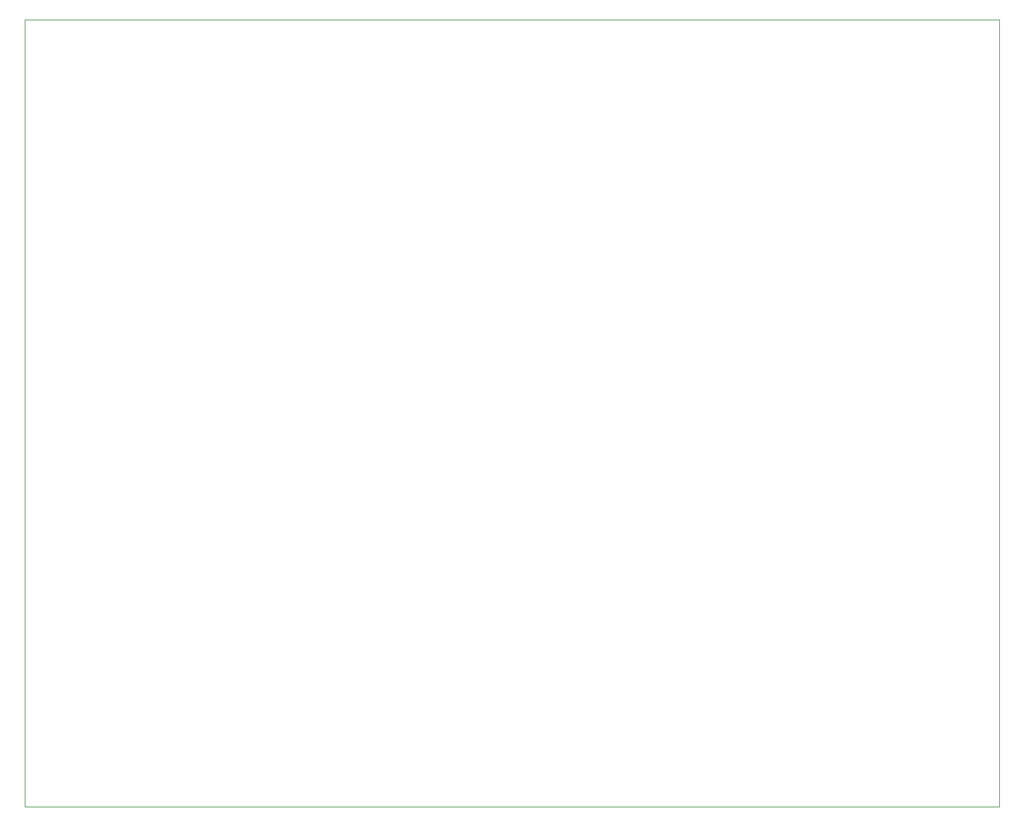
<source format=gbr>
%TF.GenerationSoftware,KiCad,Pcbnew,6.0.0-rc1-unknown-fbdb2bd91f~144~ubuntu20.04.1*%
%TF.CreationDate,2021-12-12T18:35:44-05:00*%
%TF.ProjectId,amplificador_200w_estereo,616d706c-6966-4696-9361-646f725f3230,v0.0.1*%
%TF.SameCoordinates,Original*%
%TF.FileFunction,Profile,NP*%
%FSLAX46Y46*%
G04 Gerber Fmt 4.6, Leading zero omitted, Abs format (unit mm)*
G04 Created by KiCad (PCBNEW 6.0.0-rc1-unknown-fbdb2bd91f~144~ubuntu20.04.1) date 2021-12-12 18:35:44*
%MOMM*%
%LPD*%
G01*
G04 APERTURE LIST*
%TA.AperFunction,Profile*%
%ADD10C,0.100000*%
%TD*%
G04 APERTURE END LIST*
D10*
X5000000Y-110000000D02*
X5000000Y-5000000D01*
X135000000Y-5000000D02*
X135000000Y-110000000D01*
X135000000Y-110000000D02*
X5000000Y-110000000D01*
X5000000Y-5000000D02*
X135000000Y-5000000D01*
M02*

</source>
